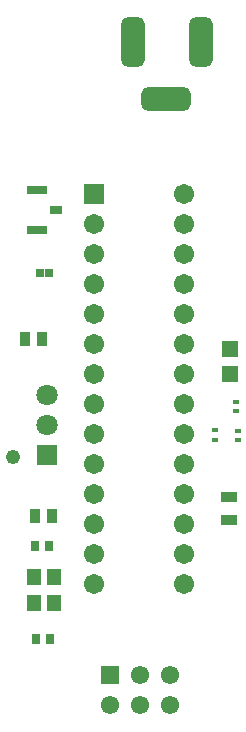
<source format=gts>
G04*
G04 #@! TF.GenerationSoftware,Altium Limited,Altium Designer,25.4.2 (15)*
G04*
G04 Layer_Color=8388736*
%FSLAX44Y44*%
%MOMM*%
G71*
G04*
G04 #@! TF.SameCoordinates,A96A63F0-213E-4ED1-A765-ED1990C429BC*
G04*
G04*
G04 #@! TF.FilePolarity,Negative*
G04*
G01*
G75*
%ADD16R,0.7500X0.9000*%
%ADD17R,1.2000X1.4000*%
%ADD18R,0.5000X0.4000*%
%ADD19R,1.4500X0.9500*%
%ADD22R,0.9578X1.2621*%
%ADD23R,1.1000X0.8000*%
%ADD24R,1.7000X0.8000*%
%ADD25R,1.4032X1.4032*%
%ADD26R,0.7032X0.6532*%
%ADD27C,1.5500*%
%ADD28R,1.5500X1.5500*%
G04:AMPARAMS|DCode=29|XSize=4.2032mm|YSize=2.0032mm|CornerRadius=0.5516mm|HoleSize=0mm|Usage=FLASHONLY|Rotation=180.000|XOffset=0mm|YOffset=0mm|HoleType=Round|Shape=RoundedRectangle|*
%AMROUNDEDRECTD29*
21,1,4.2032,0.9000,0,0,180.0*
21,1,3.1000,2.0032,0,0,180.0*
1,1,1.1032,-1.5500,0.4500*
1,1,1.1032,1.5500,0.4500*
1,1,1.1032,1.5500,-0.4500*
1,1,1.1032,-1.5500,-0.4500*
%
%ADD29ROUNDEDRECTD29*%
G04:AMPARAMS|DCode=30|XSize=4.2032mm|YSize=2.0032mm|CornerRadius=0.5516mm|HoleSize=0mm|Usage=FLASHONLY|Rotation=90.000|XOffset=0mm|YOffset=0mm|HoleType=Round|Shape=RoundedRectangle|*
%AMROUNDEDRECTD30*
21,1,4.2032,0.9000,0,0,90.0*
21,1,3.1000,2.0032,0,0,90.0*
1,1,1.1032,0.4500,1.5500*
1,1,1.1032,0.4500,-1.5500*
1,1,1.1032,-0.4500,-1.5500*
1,1,1.1032,-0.4500,1.5500*
%
%ADD30ROUNDEDRECTD30*%
%ADD31C,1.8032*%
%ADD32R,1.8032X1.8032*%
%ADD33C,1.7032*%
%ADD34R,1.7032X1.7032*%
%ADD35C,1.2192*%
D16*
X946850Y372110D02*
D03*
X958850D02*
D03*
X957580Y450850D02*
D03*
X945580D02*
D03*
D17*
X945270Y403020D02*
D03*
Y425020D02*
D03*
X962270D02*
D03*
Y403020D02*
D03*
D18*
X1098550Y541020D02*
D03*
Y549020D02*
D03*
X1117600Y548830D02*
D03*
Y540830D02*
D03*
X1116330Y573150D02*
D03*
Y565150D02*
D03*
D19*
X1109980Y492350D02*
D03*
Y472850D02*
D03*
D22*
X945576Y476250D02*
D03*
X960120D02*
D03*
X937608Y626110D02*
D03*
X952152D02*
D03*
D23*
X963930Y735330D02*
D03*
D24*
X947430Y752330D02*
D03*
Y718330D02*
D03*
D25*
X1111250Y617900D02*
D03*
Y596900D02*
D03*
D26*
X950080Y681990D02*
D03*
X957580D02*
D03*
D27*
X1060450Y316230D02*
D03*
X1035050D02*
D03*
X1009650D02*
D03*
X1060450Y341630D02*
D03*
X1035050D02*
D03*
D28*
X1009650D02*
D03*
D29*
X1056700Y829570D02*
D03*
D30*
X1028700Y877570D02*
D03*
X1086700D02*
D03*
D31*
X956310Y579120D02*
D03*
Y553720D02*
D03*
D32*
Y528320D02*
D03*
D33*
X1071880Y419100D02*
D03*
Y444500D02*
D03*
Y469900D02*
D03*
Y495300D02*
D03*
Y520700D02*
D03*
Y546100D02*
D03*
Y571500D02*
D03*
Y596900D02*
D03*
Y622300D02*
D03*
Y647700D02*
D03*
Y673100D02*
D03*
Y698500D02*
D03*
Y723900D02*
D03*
Y749300D02*
D03*
X995680Y419100D02*
D03*
Y444500D02*
D03*
Y469900D02*
D03*
Y495300D02*
D03*
Y520700D02*
D03*
Y546100D02*
D03*
Y571500D02*
D03*
Y596900D02*
D03*
Y622300D02*
D03*
Y647700D02*
D03*
Y673100D02*
D03*
Y698500D02*
D03*
Y723900D02*
D03*
D34*
Y749300D02*
D03*
D35*
X927354Y526542D02*
D03*
M02*

</source>
